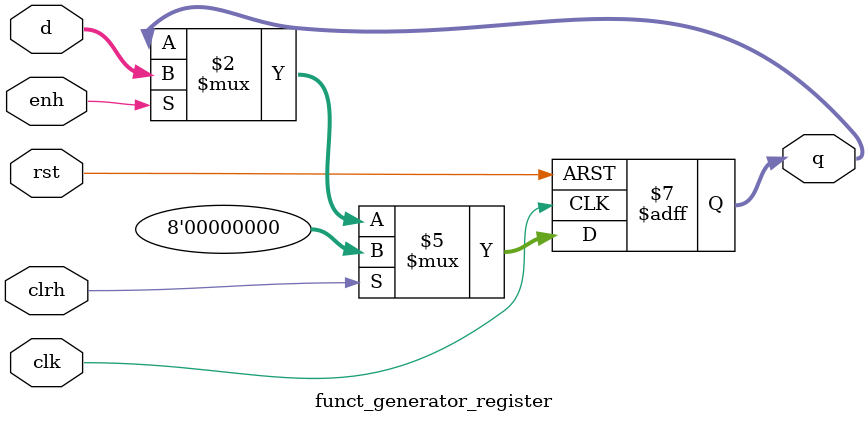
<source format=sv>
/* 
	=========================================================================================
	Module name	: funct_generator Register
	Author		: Ana Godoy
	Email		: ana.gm@circuify.com
	Filename	: funct_generator_register.sv
	Type		: SystemVerilog Module
	
	Description	: Registro de 8 bits
	-----------------------------------------------------------------------------------------
    	clocks	        : clk
    	reset	        : async posedge "rst"

	-----------------------------------------------------------------------------------------
	Version		: 1.0
	Date		: Jun 2024
	-----------------------------------------------------------------------------------------
*/

module funct_generator_register #(
	parameter DATA_WIDTH = 8,
				 RESET_VALUE= 0

)(
	input  logic 		        clk,
	input  logic 		        rst,
	input  logic 		        clrh,
	input  logic 		        enh,
	input  logic [DATA_WIDTH - 1:0] d,
	output logic [DATA_WIDTH - 1:0] q	
);

always_ff@(posedge clk, posedge rst) begin
	if(rst)
		q<=RESET_VALUE;
	else if(clrh)
		q<=RESET_VALUE;
	else if(enh)
		q<=d;
	
end

endmodule

</source>
